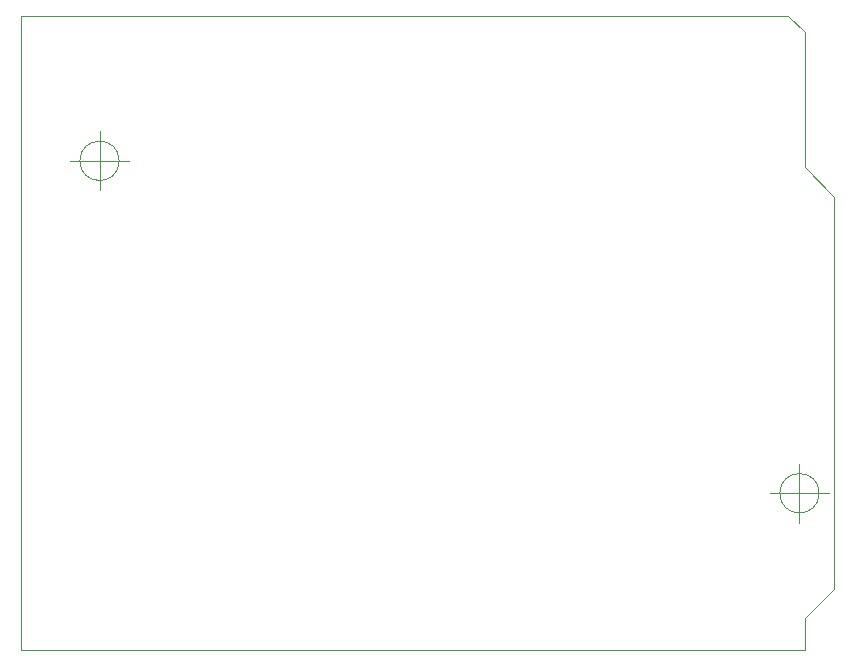
<source format=gm1>
G04 #@! TF.FileFunction,Profile,NP*
%FSLAX46Y46*%
G04 Gerber Fmt 4.6, Leading zero omitted, Abs format (unit mm)*
G04 Created by KiCad (PCBNEW 0.201511131146+6311~30~ubuntu14.04.1-product) date sáb 14 nov 2015 21:16:08 CET*
%MOMM*%
G01*
G04 APERTURE LIST*
%ADD10C,0.100000*%
G04 APERTURE END LIST*
D10*
X126822200Y-137922000D02*
X126822200Y-84988400D01*
X193167000Y-137922000D02*
X126822200Y-137922000D01*
X193167000Y-135280400D02*
X193167000Y-137922000D01*
X195681600Y-132765800D02*
X193167000Y-135280400D01*
X195681600Y-99593400D02*
X195681600Y-132765800D01*
X193167000Y-97078800D02*
X195681600Y-99593400D01*
X193167000Y-85648800D02*
X193167000Y-97078800D01*
X191795400Y-84277200D02*
X193167000Y-85648800D01*
X126822200Y-84277200D02*
X191795400Y-84277200D01*
X126822200Y-84988400D02*
X126822200Y-84277200D01*
X194401866Y-124688600D02*
G75*
G03X194401866Y-124688600I-1666666J0D01*
G01*
X190235200Y-124688600D02*
X195235200Y-124688600D01*
X192735200Y-122188600D02*
X192735200Y-127188600D01*
X135143666Y-96545400D02*
G75*
G03X135143666Y-96545400I-1666666J0D01*
G01*
X130977000Y-96545400D02*
X135977000Y-96545400D01*
X133477000Y-94045400D02*
X133477000Y-99045400D01*
M02*

</source>
